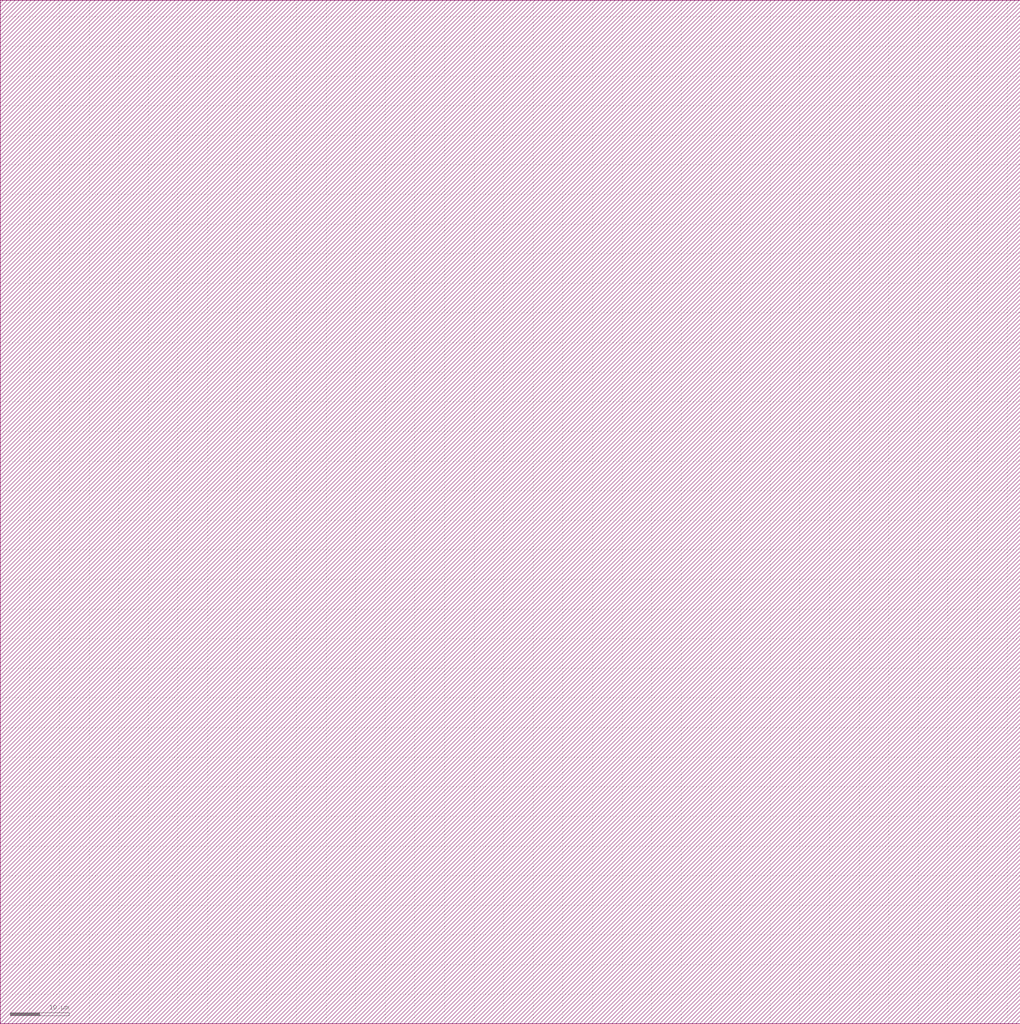
<source format=lef>
VERSION 5.6 ;

BUSBITCHARS "[]" ;

DIVIDERCHAR "/" ;

UNITS
    DATABASE MICRONS 1000 ;
END UNITS

MANUFACTURINGGRID 0.005000 ; 

CLEARANCEMEASURE EUCLIDEAN ; 

USEMINSPACING OBS ON ; 

SITE CoreSite
    CLASS CORE ;
    SIZE 0.600000 BY 0.300000 ;
END CoreSite

LAYER li
   TYPE ROUTING ;
   DIRECTION VERTICAL ;
   MINWIDTH 0.300000 ;
   AREA 0.056250 ;
   WIDTH 0.300000 ;
   SPACINGTABLE
      PARALLELRUNLENGTH 0.0
      WIDTH 0.0 0.225000 ;
   PITCH 0.600000 0.600000 ;
END li

LAYER mcon
    TYPE CUT ;
    SPACING 0.225000 ;
    WIDTH 0.300000 ;
    ENCLOSURE ABOVE 0.075000 0.075000 ;
    ENCLOSURE BELOW 0.000000 0.000000 ;
END mcon

LAYER met1
   TYPE ROUTING ;
   DIRECTION HORIZONTAL ;
   MINWIDTH 0.150000 ;
   AREA 0.084375 ;
   WIDTH 0.150000 ;
   SPACINGTABLE
      PARALLELRUNLENGTH 0.0
      WIDTH 0.0 0.150000 ;
   PITCH 0.300000 0.300000 ;
END met1

LAYER v1
    TYPE CUT ;
    SPACING 0.075000 ;
    WIDTH 0.300000 ;
    ENCLOSURE ABOVE 0.075000 0.075000 ;
    ENCLOSURE BELOW 0.075000 0.075000 ;
END v1

LAYER met2
   TYPE ROUTING ;
   DIRECTION VERTICAL ;
   MINWIDTH 0.150000 ;
   AREA 0.073125 ;
   WIDTH 0.150000 ;
   SPACINGTABLE
      PARALLELRUNLENGTH 0.0
      WIDTH 0.0 0.150000 ;
   PITCH 0.300000 0.300000 ;
END met2

LAYER v2
    TYPE CUT ;
    SPACING 0.150000 ;
    WIDTH 0.300000 ;
    ENCLOSURE ABOVE 0.075000 0.075000 ;
    ENCLOSURE BELOW 0.075000 0.000000 ;
END v2

LAYER met3
   TYPE ROUTING ;
   DIRECTION HORIZONTAL ;
   MINWIDTH 0.300000 ;
   AREA 0.241875 ;
   WIDTH 0.300000 ;
   SPACINGTABLE
      PARALLELRUNLENGTH 0.0
      WIDTH 0.0 0.300000 ;
   PITCH 0.600000 0.600000 ;
END met3

LAYER v3
    TYPE CUT ;
    SPACING 0.150000 ;
    WIDTH 0.450000 ;
    ENCLOSURE ABOVE 0.075000 0.075000 ;
    ENCLOSURE BELOW 0.075000 0.000000 ;
END v3

LAYER met4
   TYPE ROUTING ;
   DIRECTION VERTICAL ;
   MINWIDTH 0.300000 ;
   AREA 0.241875 ;
   WIDTH 0.300000 ;
   SPACINGTABLE
      PARALLELRUNLENGTH 0.0
      WIDTH 0.0 0.300000 ;
   PITCH 0.600000 0.600000 ;
END met4

LAYER v4
    TYPE CUT ;
    SPACING 0.450000 ;
    WIDTH 1.200000 ;
    ENCLOSURE ABOVE 0.150000 0.150000 ;
    ENCLOSURE BELOW 0.000000 0.000000 ;
END v4

LAYER met5
   TYPE ROUTING ;
   DIRECTION HORIZONTAL ;
   MINWIDTH 1.650000 ;
   AREA 4.005000 ;
   WIDTH 1.650000 ;
   SPACINGTABLE
      PARALLELRUNLENGTH 0.0
      WIDTH 0.0 1.650000 ;
   PITCH 3.300000 3.300000 ;
END met5

LAYER OVERLAP
   TYPE OVERLAP ;
END OVERLAP

VIA mcon_C DEFAULT
   LAYER li ;
     RECT -0.150000 -0.150000 0.150000 0.150000 ;
   LAYER mcon ;
     RECT -0.150000 -0.150000 0.150000 0.150000 ;
   LAYER met1 ;
     RECT -0.225000 -0.225000 0.225000 0.225000 ;
END mcon_C

VIA v1_C DEFAULT
   LAYER met1 ;
     RECT -0.225000 -0.225000 0.225000 0.225000 ;
   LAYER v1 ;
     RECT -0.150000 -0.150000 0.150000 0.150000 ;
   LAYER met2 ;
     RECT -0.225000 -0.225000 0.225000 0.225000 ;
END v1_C

VIA v2_C DEFAULT
   LAYER met2 ;
     RECT -0.150000 -0.225000 0.150000 0.225000 ;
   LAYER v2 ;
     RECT -0.150000 -0.150000 0.150000 0.150000 ;
   LAYER met3 ;
     RECT -0.225000 -0.225000 0.225000 0.225000 ;
END v2_C

VIA v2_Ch
   LAYER met2 ;
     RECT -0.225000 -0.150000 0.225000 0.150000 ;
   LAYER v2 ;
     RECT -0.150000 -0.150000 0.150000 0.150000 ;
   LAYER met3 ;
     RECT -0.225000 -0.225000 0.225000 0.225000 ;
END v2_Ch

VIA v2_Cv
   LAYER met2 ;
     RECT -0.150000 -0.225000 0.150000 0.225000 ;
   LAYER v2 ;
     RECT -0.150000 -0.150000 0.150000 0.150000 ;
   LAYER met3 ;
     RECT -0.225000 -0.225000 0.225000 0.225000 ;
END v2_Cv

VIA v3_C DEFAULT
   LAYER met3 ;
     RECT -0.300000 -0.225000 0.300000 0.225000 ;
   LAYER v3 ;
     RECT -0.225000 -0.225000 0.225000 0.225000 ;
   LAYER met4 ;
     RECT -0.300000 -0.300000 0.300000 0.300000 ;
END v3_C

VIA v3_Ch
   LAYER met3 ;
     RECT -0.300000 -0.225000 0.300000 0.225000 ;
   LAYER v3 ;
     RECT -0.225000 -0.225000 0.225000 0.225000 ;
   LAYER met4 ;
     RECT -0.300000 -0.300000 0.300000 0.300000 ;
END v3_Ch

VIA v3_Cv
   LAYER met3 ;
     RECT -0.300000 -0.225000 0.300000 0.225000 ;
   LAYER v3 ;
     RECT -0.225000 -0.225000 0.225000 0.225000 ;
   LAYER met4 ;
     RECT -0.300000 -0.300000 0.300000 0.300000 ;
END v3_Cv

VIA v4_C DEFAULT
   LAYER met4 ;
     RECT -0.600000 -0.600000 0.600000 0.600000 ;
   LAYER v4 ;
     RECT -0.600000 -0.600000 0.600000 0.600000 ;
   LAYER met5 ;
     RECT -0.750000 -0.750000 0.750000 0.750000 ;
END v4_C

MACRO _0_0std_0_0cells_0_0NOR2X1
    CLASS CORE ;
    FOREIGN _0_0std_0_0cells_0_0NOR2X1 0.000000 0.000000 ;
    ORIGIN 0.000000 0.000000 ;
    SIZE 3.600000 BY 3.900000 ;
    SYMMETRY X Y ;
    SITE CoreSite ;
    PIN A
        DIRECTION INPUT ;
        USE SIGNAL ;
        PORT
        LAYER li ;
        RECT 0.600000 3.525000 0.900000 3.600000 ;
        RECT 0.600000 3.375000 0.975000 3.525000 ;
        RECT 0.600000 3.300000 0.750000 3.375000 ;
        RECT 0.750000 3.150000 0.975000 3.375000 ;
        RECT 0.750000 3.075000 0.975000 3.150000 ;
        END
        ANTENNAGATEAREA 0.236250 ;
    END A
    PIN B
        DIRECTION INPUT ;
        USE SIGNAL ;
        PORT
        LAYER li ;
        RECT 2.400000 3.300000 2.925000 3.600000 ;
        RECT 2.400000 3.150000 2.550000 3.300000 ;
        RECT 2.550000 3.075000 2.775000 3.300000 ;
        RECT 2.550000 3.000000 2.775000 3.075000 ;
        RECT 2.775000 3.150000 2.925000 3.300000 ;
        END
        ANTENNAGATEAREA 0.236250 ;
    END B
    PIN Y
        DIRECTION OUTPUT ;
        USE SIGNAL ;
        PORT
        LAYER li ;
        RECT 0.600000 1.725000 0.675000 1.950000 ;
        RECT 0.675000 1.725000 0.900000 1.950000 ;
        RECT 0.900000 1.725000 0.975000 1.950000 ;
        RECT 1.125000 0.600000 1.200000 0.825000 ;
        RECT 2.400000 0.375000 2.625000 0.600000 ;
        RECT 2.400000 0.300000 2.700000 0.375000 ;
        RECT 1.200000 0.600000 1.425000 0.825000 ;
        RECT 2.625000 0.375000 2.700000 0.600000 ;
        RECT 1.425000 0.600000 1.500000 0.825000 ;
        LAYER mcon ;
        RECT 0.675000 1.725000 0.900000 1.950000 ;
        RECT 1.200000 0.600000 1.425000 0.825000 ;
        RECT 2.400000 0.375000 2.625000 0.600000 ;
        LAYER met1 ;
        RECT 0.600000 1.950000 0.975000 2.025000 ;
        RECT 0.600000 1.725000 0.675000 1.950000 ;
        RECT 0.600000 1.650000 1.500000 1.725000 ;
        RECT 0.675000 1.725000 0.900000 1.950000 ;
        RECT 0.900000 1.800000 0.975000 1.950000 ;
        RECT 0.900000 1.725000 1.500000 1.800000 ;
        RECT 1.125000 0.825000 1.500000 0.900000 ;
        RECT 1.125000 0.600000 1.200000 0.825000 ;
        RECT 1.125000 0.525000 1.500000 0.600000 ;
        RECT 1.200000 0.600000 1.425000 0.825000 ;
        RECT 1.350000 1.275000 1.500000 1.650000 ;
        RECT 1.350000 1.125000 2.475000 1.275000 ;
        RECT 1.350000 0.900000 1.500000 1.125000 ;
        RECT 1.425000 0.600000 1.500000 0.825000 ;
        RECT 2.325000 0.675000 2.475000 1.125000 ;
        RECT 2.325000 0.600000 2.700000 0.675000 ;
        RECT 2.325000 0.375000 2.400000 0.600000 ;
        RECT 2.325000 0.300000 2.700000 0.375000 ;
        RECT 2.400000 0.375000 2.625000 0.600000 ;
        RECT 2.625000 0.375000 2.700000 0.600000 ;
        END
        ANTENNADIFFAREA 0.590625 ;
    END Y
    PIN Vdd
        DIRECTION INPUT ;
        USE POWER ;
        PORT
        LAYER li ;
        RECT 1.725000 3.300000 1.950000 3.600000 ;
        RECT 1.725000 3.075000 1.950000 3.300000 ;
        RECT 1.725000 2.475000 1.950000 3.075000 ;
        RECT 1.725000 2.250000 1.950000 2.475000 ;
        RECT 1.725000 2.175000 1.950000 2.250000 ;
        LAYER mcon ;
        RECT 1.725000 3.075000 1.950000 3.300000 ;
        LAYER met1 ;
        RECT 1.650000 3.300000 2.025000 3.600000 ;
        RECT 1.650000 3.075000 1.725000 3.300000 ;
        RECT 1.650000 3.000000 2.025000 3.075000 ;
        RECT 1.725000 3.075000 1.950000 3.300000 ;
        RECT 1.950000 3.075000 2.025000 3.300000 ;
        END
        ANTENNADIFFAREA 0.421875 ;
    END Vdd
    PIN GND
        DIRECTION INPUT ;
        USE GROUND ;
        PORT
        LAYER li ;
        RECT 0.450000 0.525000 0.675000 0.600000 ;
        RECT 0.450000 0.150000 0.900000 0.525000 ;
        RECT 0.675000 0.525000 0.900000 0.750000 ;
        RECT 0.675000 1.200000 1.950000 1.425000 ;
        RECT 0.675000 0.750000 0.900000 1.200000 ;
        RECT 1.725000 0.450000 1.950000 0.525000 ;
        RECT 1.725000 0.525000 1.950000 0.750000 ;
        RECT 1.725000 0.750000 1.950000 1.200000 ;
        END
        ANTENNADIFFAREA 0.337500 ;
    END GND
END _0_0std_0_0cells_0_0NOR2X1

MACRO welltap_svt
    CLASS CORE WELLTAP ;
    FOREIGN welltap_svt 0.000000 0.000000 ;
    ORIGIN 0.000000 0.000000 ;
    SIZE 1.200000 BY 2.100000 ;
    SYMMETRY X Y ;
    SITE CoreSite ;
    PIN Vdd
        DIRECTION INPUT ;
        USE POWER ;
        PORT
        LAYER li ;
        RECT 0.600000 1.500000 0.900000 1.800000 ;
        END
    END Vdd
    PIN GND
        DIRECTION INPUT ;
        USE GROUND ;
        PORT
        LAYER li ;
        RECT 0.600000 0.300000 0.900000 0.600000 ;
        END
    END GND
END welltap_svt

MACRO circuitppnp
   CLASS CORE ;
   FOREIGN circuitppnp 0.000000 0.000000 ;
   ORIGIN 0.000000 0.000000 ; 
   SIZE 172.200000 BY 172.800000 ; 
   SYMMETRY X Y ;
   SITE CoreSite ;
END circuitppnp

MACRO circuitwell
   CLASS CORE ;
   FOREIGN circuitwell 0.000000 0.000000 ;
   ORIGIN 0.000000 0.000000 ; 
   SIZE 172.200000 BY 172.800000 ; 
   SYMMETRY X Y ;
   SITE CoreSite ;
END circuitwell


</source>
